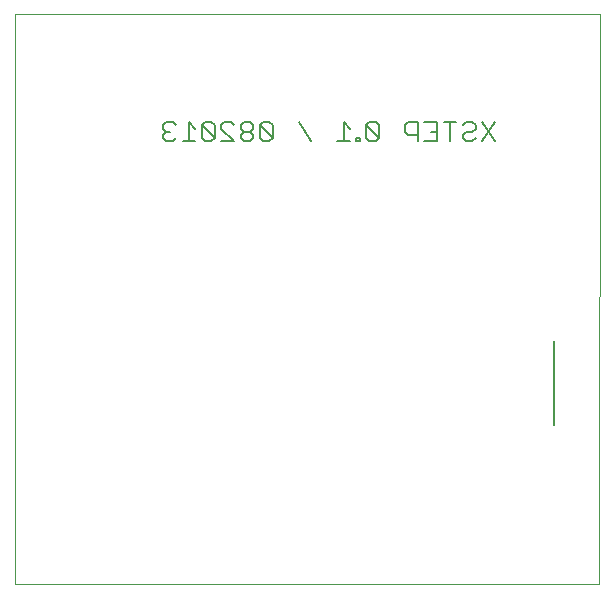
<source format=gbo>
G75*
G70*
%OFA0B0*%
%FSLAX24Y24*%
%IPPOS*%
%LPD*%
%AMOC8*
5,1,8,0,0,1.08239X$1,22.5*
%
%ADD10C,0.0000*%
%ADD11C,0.0060*%
%ADD12C,0.0050*%
D10*
X003500Y012477D02*
X003500Y031473D01*
X023000Y031477D01*
X022992Y012477D01*
X003500Y012477D01*
D11*
X008558Y027221D02*
X008451Y027328D01*
X008451Y027435D01*
X008558Y027541D01*
X008665Y027541D01*
X008558Y027541D02*
X008451Y027648D01*
X008451Y027755D01*
X008558Y027862D01*
X008771Y027862D01*
X008878Y027755D01*
X008878Y027328D02*
X008771Y027221D01*
X008558Y027221D01*
X009096Y027221D02*
X009523Y027221D01*
X009309Y027221D02*
X009309Y027862D01*
X009523Y027648D01*
X009740Y027755D02*
X009740Y027328D01*
X009847Y027221D01*
X010061Y027221D01*
X010167Y027328D01*
X009740Y027755D01*
X009847Y027862D01*
X010061Y027862D01*
X010167Y027755D01*
X010167Y027328D01*
X010385Y027221D02*
X010812Y027221D01*
X010385Y027648D01*
X010385Y027755D01*
X010492Y027862D01*
X010705Y027862D01*
X010812Y027755D01*
X011029Y027755D02*
X011029Y027648D01*
X011136Y027541D01*
X011350Y027541D01*
X011456Y027648D01*
X011456Y027755D01*
X011350Y027862D01*
X011136Y027862D01*
X011029Y027755D01*
X011136Y027541D02*
X011029Y027435D01*
X011029Y027328D01*
X011136Y027221D01*
X011350Y027221D01*
X011456Y027328D01*
X011456Y027435D01*
X011350Y027541D01*
X011674Y027328D02*
X011781Y027221D01*
X011994Y027221D01*
X012101Y027328D01*
X011674Y027755D01*
X011674Y027328D01*
X011674Y027755D02*
X011781Y027862D01*
X011994Y027862D01*
X012101Y027755D01*
X012101Y027328D01*
X012963Y027862D02*
X013390Y027221D01*
X014252Y027221D02*
X014679Y027221D01*
X014466Y027221D02*
X014466Y027862D01*
X014679Y027648D01*
X014895Y027328D02*
X014895Y027221D01*
X015001Y027221D01*
X015001Y027328D01*
X014895Y027328D01*
X015219Y027328D02*
X015219Y027755D01*
X015646Y027328D01*
X015539Y027221D01*
X015326Y027221D01*
X015219Y027328D01*
X015219Y027755D02*
X015326Y027862D01*
X015539Y027862D01*
X015646Y027755D01*
X015646Y027328D01*
X016508Y027541D02*
X016615Y027435D01*
X016935Y027435D01*
X016935Y027221D02*
X016935Y027862D01*
X016615Y027862D01*
X016508Y027755D01*
X016508Y027541D01*
X017153Y027221D02*
X017580Y027221D01*
X017580Y027862D01*
X017153Y027862D01*
X017366Y027541D02*
X017580Y027541D01*
X017797Y027862D02*
X018224Y027862D01*
X018011Y027862D02*
X018011Y027221D01*
X018442Y027328D02*
X018548Y027221D01*
X018762Y027221D01*
X018869Y027328D01*
X018762Y027541D02*
X018548Y027541D01*
X018442Y027435D01*
X018442Y027328D01*
X018762Y027541D02*
X018869Y027648D01*
X018869Y027755D01*
X018762Y027862D01*
X018548Y027862D01*
X018442Y027755D01*
X019086Y027862D02*
X019513Y027221D01*
X019086Y027221D02*
X019513Y027862D01*
D12*
X021481Y020556D02*
X021481Y017756D01*
M02*

</source>
